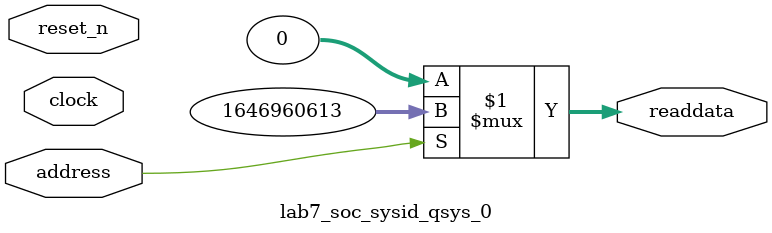
<source format=v>



// synthesis translate_off
`timescale 1ns / 1ps
// synthesis translate_on

// turn off superfluous verilog processor warnings 
// altera message_level Level1 
// altera message_off 10034 10035 10036 10037 10230 10240 10030 

module lab7_soc_sysid_qsys_0 (
               // inputs:
                address,
                clock,
                reset_n,

               // outputs:
                readdata
             )
;

  output  [ 31: 0] readdata;
  input            address;
  input            clock;
  input            reset_n;

  wire    [ 31: 0] readdata;
  //control_slave, which is an e_avalon_slave
  assign readdata = address ? 1646960613 : 0;

endmodule



</source>
